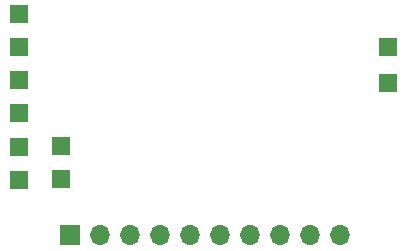
<source format=gbr>
%TF.GenerationSoftware,KiCad,Pcbnew,7.0.7*%
%TF.CreationDate,2025-03-08T19:07:00+10:30*%
%TF.ProjectId,V9381_Breakout,56393338-315f-4427-9265-616b6f75742e,rev?*%
%TF.SameCoordinates,Original*%
%TF.FileFunction,Soldermask,Bot*%
%TF.FilePolarity,Negative*%
%FSLAX46Y46*%
G04 Gerber Fmt 4.6, Leading zero omitted, Abs format (unit mm)*
G04 Created by KiCad (PCBNEW 7.0.7) date 2025-03-08 19:07:00*
%MOMM*%
%LPD*%
G01*
G04 APERTURE LIST*
%ADD10R,1.700000X1.700000*%
%ADD11O,1.700000X1.700000*%
%ADD12R,1.500000X1.500000*%
G04 APERTURE END LIST*
D10*
%TO.C,J1*%
X134620000Y-106299000D03*
D11*
X137160000Y-106299000D03*
X139700000Y-106299000D03*
X142240000Y-106299000D03*
X144780000Y-106299000D03*
X147320000Y-106299000D03*
X149860000Y-106299000D03*
X152400000Y-106299000D03*
X154940000Y-106299000D03*
X157480000Y-106299000D03*
%TD*%
D12*
%TO.C,TP1*%
X161544000Y-90424000D03*
%TD*%
%TO.C,TP4*%
X133858000Y-98806000D03*
%TD*%
%TO.C,TP6*%
X130302000Y-98812000D03*
%TD*%
%TO.C,TP5*%
X130302000Y-101606000D03*
%TD*%
%TO.C,TP9*%
X130302000Y-90424000D03*
%TD*%
%TO.C,TP3*%
X133858000Y-101600000D03*
%TD*%
%TO.C,TP7*%
X130302000Y-96012000D03*
%TD*%
%TO.C,TP8*%
X130302000Y-93218000D03*
%TD*%
%TO.C,TP10*%
X130302000Y-87630000D03*
%TD*%
%TO.C,TP2*%
X161544000Y-93454000D03*
%TD*%
M02*

</source>
